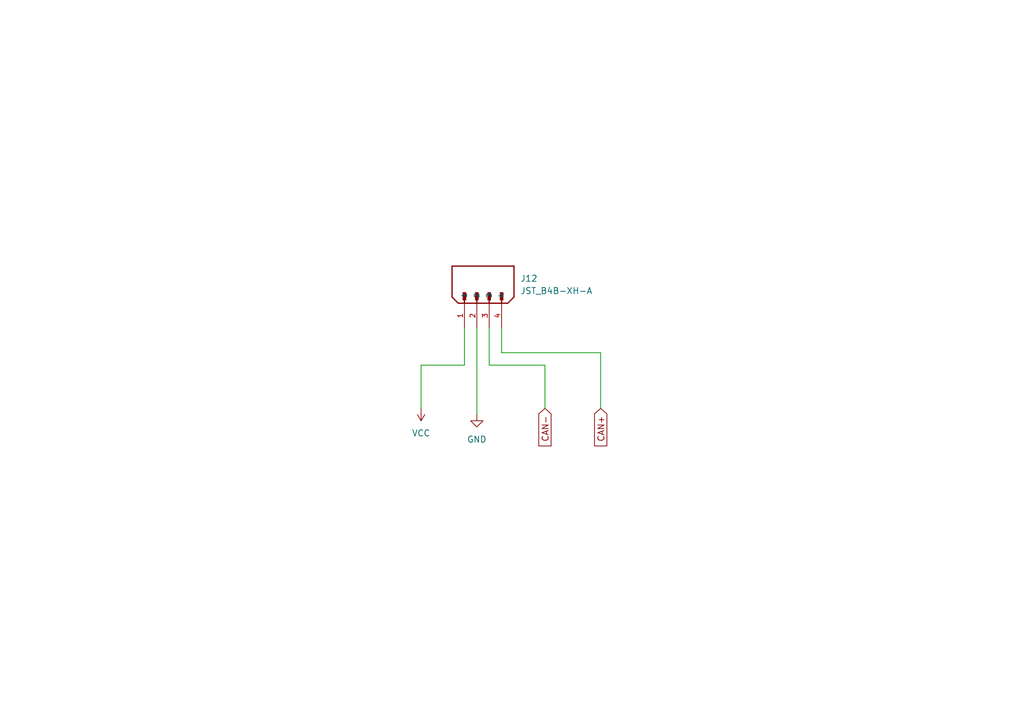
<source format=kicad_sch>
(kicad_sch (version 20230121) (generator eeschema)
  (paper "A5")
  (lib_symbols
    (symbol "bots:JST_B4B-XH-A" (pin_names (offset 1.016))
      (property "Reference" "J" (at 0 6.35 0))
      (property "Value" "JST_B4B-XH-A" (at 0 -7.62 0))
      (symbol "JST_B4B-XH-A_0_0"
        (polyline (pts (xy 0 -6.35) (xy 1.27 -7.62)) (stroke (width 0.254)))
        (polyline (pts (xy 0 -5.08) (xy 1.905 -5.08)) (stroke (width 0.254)))
        (polyline (pts (xy 0 -2.54) (xy 1.905 -2.54)) (stroke (width 0.254)))
        (polyline (pts (xy 0 0) (xy 1.905 0)) (stroke (width 0.254)))
        (polyline (pts (xy 0 2.54) (xy 0 -6.35)) (stroke (width 0.254)))
        (polyline (pts (xy 0 2.54) (xy 1.905 2.54)) (stroke (width 0.254)))
        (polyline (pts (xy 0 3.81) (xy 0 2.54)) (stroke (width 0.254)))
        (polyline (pts (xy 0 3.81) (xy 1.27 5.08)) (stroke (width 0.254)))
        (polyline (pts (xy 1.27 -7.62) (xy 7.62 -7.62)) (stroke (width 0.254)))
        (polyline (pts (xy 7.62 -7.62) (xy 7.62 5.08)) (stroke (width 0.254)))
        (polyline (pts (xy 7.62 5.08) (xy 1.27 5.08)) (stroke (width 0.254)))
        (rectangle (start 0.635 -4.7625) (end 2.2225 -5.3975) (stroke (width 0.1)) (fill (type outline)))
        (rectangle (start 0.635 -2.2225) (end 2.2225 -2.8575) (stroke (width 0.1)) (fill (type outline)))
        (rectangle (start 0.635 -0.3175) (end 2.2225 0.3175) (stroke (width 0.1)) (fill (type outline)))
        (rectangle (start 0.635 2.2225) (end 2.2225 2.8575) (stroke (width 0.1)) (fill (type outline)))
        (pin passive line (at -5.08 2.54 0) (length 5.08) (name "1") (number "1"))
        (pin passive line (at -5.08 0 0) (length 5.08) (name "2") (number "2"))
        (pin passive line (at -5.08 -2.54 0) (length 5.08) (name "3") (number "3"))
      )
      (symbol "JST_B4B-XH-A_1_0"
        (pin passive line (at -5.08 -5.08 0) (length 5.08) (name "4") (number "4"))
      )
    )
    (symbol "power:GND" (power) (pin_names (offset 0))
      (property "Value" "GND" (at 0 -3.81 0))
      (symbol "GND_0_1"
        (polyline (pts (xy 0 0) (xy 0 -1.27) (xy 1.27 -1.27) (xy 0 -2.54) (xy -1.27 -1.27) (xy 0 -1.27)))
      )
      (symbol "GND_1_1"
        (pin power_in line (at 0 0 270) (length 0) hide (name "GND") (number "1"))
      )
    )
    (symbol "power:VCC" (power) (pin_names (offset 0))
      (property "Value" "VCC" (at 0 3.81 0))
      (symbol "VCC_0_1"
        (polyline (pts (xy -0.762 1.27) (xy 0 2.54)))
        (polyline (pts (xy 0 0) (xy 0 2.54)))
        (polyline (pts (xy 0 2.54) (xy 0.762 1.27)))
      )
      (symbol "VCC_1_1"
        (pin power_in line (at 0 0 90) (length 0) hide (name "VCC") (number "1"))
      )
    )
  )
  (wire (pts (xy 111.76 74.93) (xy 111.76 83.82)))
  (wire (pts (xy 111.76 74.93) (xy 100.33 74.93)))
  (wire (pts (xy 95.25 67.31) (xy 95.25 74.93)))
  (wire (pts (xy 102.87 67.31) (xy 102.87 72.39)))
  (wire (pts (xy 123.19 72.39) (xy 102.87 72.39)))
  (wire (pts (xy 123.19 72.39) (xy 123.19 83.82)))
  (wire (pts (xy 97.79 67.31) (xy 97.79 85.09)))
  (wire (pts (xy 86.36 74.93) (xy 86.36 83.82)))
  (wire (pts (xy 86.36 74.93) (xy 95.25 74.93)))
  (wire (pts (xy 100.33 67.31) (xy 100.33 74.93)))
  (global_label "CAN-" (shape input) (at 111.76 83.82 270) (property "Intersheetrefs" "${INTERSHEET_REFS}" (effects hide)))
  (global_label "CAN+" (shape input) (at 123.19 83.82 270) (property "Intersheetrefs" "${INTERSHEET_REFS}" (effects hide)))
  (symbol (lib_id "power:GND") (at 97.79 85.09 0) (unit 1)
    (property "Reference" "#PWR037" (effects hide))
    (property "Value" "GND" (at 97.79 90.17 0))
    (instances (project "midplate" (path "" (reference "#PWR037") (unit 1)) (path "" (reference "#PWR05") (unit 1)) (path "" (reference "#PWR025") (unit 1))))
  )
  (symbol (lib_id "power:VCC") (at 86.36 83.82 180) (unit 1)
    (property "Reference" "#PWR04" (effects hide))
    (property "Value" "VCC" (at 86.36 88.9 0))
    (instances (project "midplate" (path "" (reference "#PWR04") (unit 1)) (path "" (reference "#PWR011") (unit 1))))
  )
  (symbol (lib_id "bots:JST_B4B-XH-A") (at 97.79 62.23 90) (unit 1)
    (property "Reference" "J12" (at 106.68 57.15 90) (effects (justify right)))
    (property "Value" "JST_B4B-XH-A" (at 106.68 59.69 90) (effects (justify right)))
    (property "Footprint" "bots:JST_B4B-XH-A" (effects hide))
    (property "MPN" "B4B-XH-A(LF)(SN)" (effects hide))
    (property "Manufacturer" "JST Sales America Inc." (effects hide))
    (property "Price" "0.31" (effects hide))
  )
)
</source>
